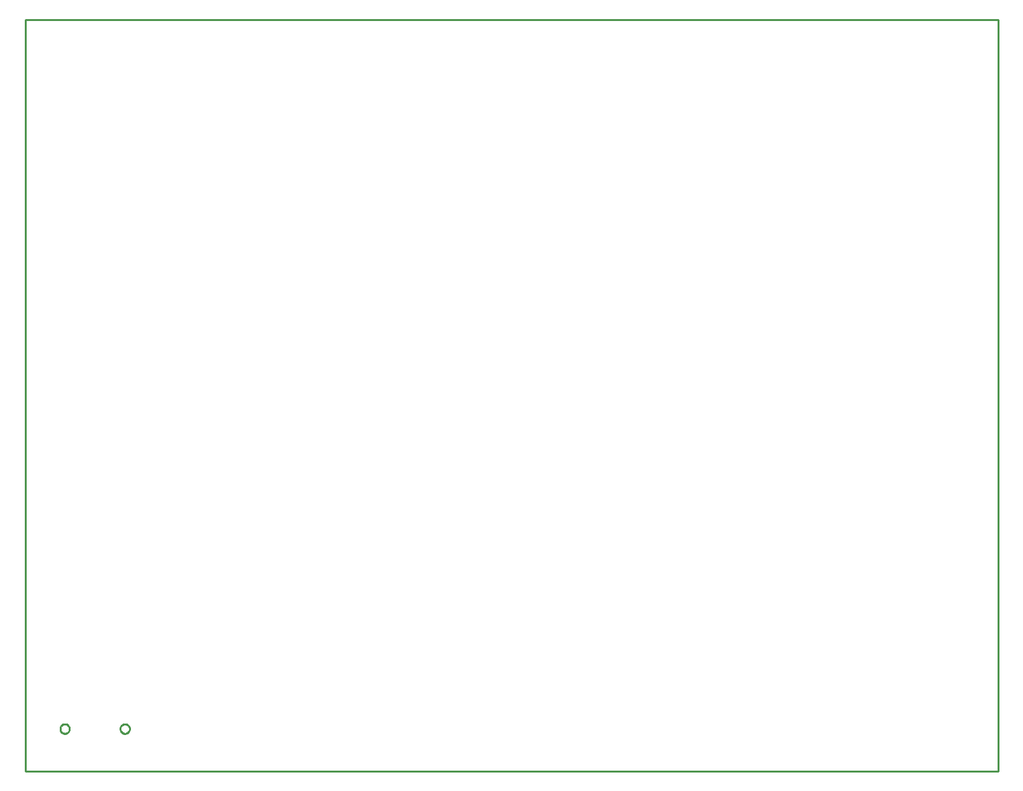
<source format=gbr>
G04 EAGLE Gerber RS-274X export*
G75*
%MOMM*%
%FSLAX34Y34*%
%LPD*%
%IN*%
%IPPOS*%
%AMOC8*
5,1,8,0,0,1.08239X$1,22.5*%
G01*
%ADD10C,0.254000*%


D10*
X0Y0D02*
X1295200Y0D01*
X1295200Y1000000D01*
X0Y1000000D01*
X0Y0D01*
X126350Y56751D02*
X126429Y57449D01*
X126585Y58133D01*
X126817Y58796D01*
X127121Y59428D01*
X127495Y60022D01*
X127932Y60571D01*
X128429Y61068D01*
X128978Y61505D01*
X129572Y61879D01*
X130204Y62183D01*
X130867Y62415D01*
X131551Y62571D01*
X132249Y62650D01*
X132951Y62650D01*
X133649Y62571D01*
X134333Y62415D01*
X134996Y62183D01*
X135628Y61879D01*
X136222Y61505D01*
X136771Y61068D01*
X137268Y60571D01*
X137705Y60022D01*
X138079Y59428D01*
X138383Y58796D01*
X138615Y58133D01*
X138771Y57449D01*
X138850Y56751D01*
X138850Y56049D01*
X138771Y55351D01*
X138615Y54667D01*
X138383Y54004D01*
X138079Y53372D01*
X137705Y52778D01*
X137268Y52229D01*
X136771Y51732D01*
X136222Y51295D01*
X135628Y50921D01*
X134996Y50617D01*
X134333Y50385D01*
X133649Y50229D01*
X132951Y50150D01*
X132249Y50150D01*
X131551Y50229D01*
X130867Y50385D01*
X130204Y50617D01*
X129572Y50921D01*
X128978Y51295D01*
X128429Y51732D01*
X127932Y52229D01*
X127495Y52778D01*
X127121Y53372D01*
X126817Y54004D01*
X126585Y54667D01*
X126429Y55351D01*
X126350Y56049D01*
X126350Y56751D01*
X46350Y56751D02*
X46429Y57449D01*
X46585Y58133D01*
X46817Y58796D01*
X47121Y59428D01*
X47495Y60022D01*
X47932Y60571D01*
X48429Y61068D01*
X48978Y61505D01*
X49572Y61879D01*
X50204Y62183D01*
X50867Y62415D01*
X51551Y62571D01*
X52249Y62650D01*
X52951Y62650D01*
X53649Y62571D01*
X54333Y62415D01*
X54996Y62183D01*
X55628Y61879D01*
X56222Y61505D01*
X56771Y61068D01*
X57268Y60571D01*
X57705Y60022D01*
X58079Y59428D01*
X58383Y58796D01*
X58615Y58133D01*
X58771Y57449D01*
X58850Y56751D01*
X58850Y56049D01*
X58771Y55351D01*
X58615Y54667D01*
X58383Y54004D01*
X58079Y53372D01*
X57705Y52778D01*
X57268Y52229D01*
X56771Y51732D01*
X56222Y51295D01*
X55628Y50921D01*
X54996Y50617D01*
X54333Y50385D01*
X53649Y50229D01*
X52951Y50150D01*
X52249Y50150D01*
X51551Y50229D01*
X50867Y50385D01*
X50204Y50617D01*
X49572Y50921D01*
X48978Y51295D01*
X48429Y51732D01*
X47932Y52229D01*
X47495Y52778D01*
X47121Y53372D01*
X46817Y54004D01*
X46585Y54667D01*
X46429Y55351D01*
X46350Y56049D01*
X46350Y56751D01*
M02*

</source>
